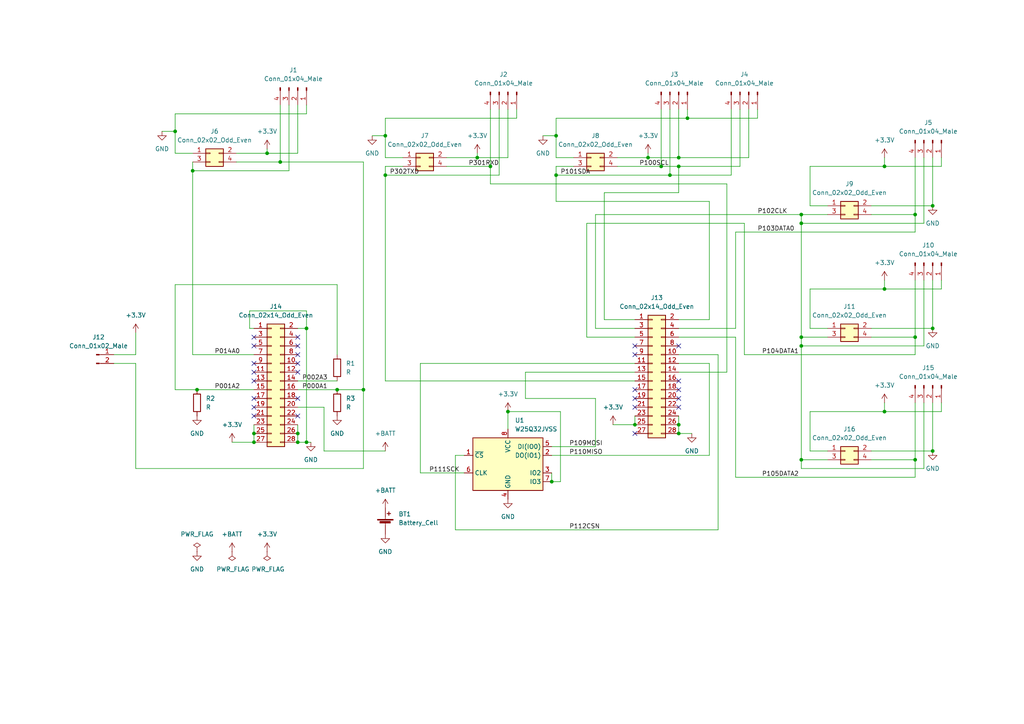
<source format=kicad_sch>
(kicad_sch (version 20211123) (generator eeschema)
  (paper "A4")
  (lib_symbols
    (symbol "Connector:Conn_01x02_Male" (pin_names (offset 1.016) hide)
      (property "Reference" "J" (at 0 2.54 0))
      (property "Value" "Conn_01x02_Male" (at 0 -5.08 0))
      (symbol "Conn_01x02_Male_1_1"
        (polyline (pts (xy 1.27 -2.54) (xy 0.8636 -2.54)) (stroke (width 0.1524)))
        (polyline (pts (xy 1.27 0) (xy 0.8636 0)) (stroke (width 0.1524)))
        (rectangle (start 0.8636 -2.413) (end 0 -2.667) (stroke (width 0.1524)) (fill (type outline)))
        (rectangle (start 0.8636 0.127) (end 0 -0.127) (stroke (width 0.1524)) (fill (type outline)))
        (pin passive line (at 5.08 0 180) (length 3.81) (name "Pin_1") (number "1"))
        (pin passive line (at 5.08 -2.54 180) (length 3.81) (name "Pin_2") (number "2"))
      )
    )
    (symbol "Connector:Conn_01x04_Male" (pin_names (offset 1.016) hide)
      (property "Reference" "J" (at 0 5.08 0))
      (property "Value" "Conn_01x04_Male" (at 0 -7.62 0))
      (symbol "Conn_01x04_Male_1_1"
        (polyline (pts (xy 1.27 -5.08) (xy 0.8636 -5.08)) (stroke (width 0.1524)))
        (polyline (pts (xy 1.27 -2.54) (xy 0.8636 -2.54)) (stroke (width 0.1524)))
        (polyline (pts (xy 1.27 0) (xy 0.8636 0)) (stroke (width 0.1524)))
        (polyline (pts (xy 1.27 2.54) (xy 0.8636 2.54)) (stroke (width 0.1524)))
        (rectangle (start 0.8636 -4.953) (end 0 -5.207) (stroke (width 0.1524)) (fill (type outline)))
        (rectangle (start 0.8636 -2.413) (end 0 -2.667) (stroke (width 0.1524)) (fill (type outline)))
        (rectangle (start 0.8636 0.127) (end 0 -0.127) (stroke (width 0.1524)) (fill (type outline)))
        (rectangle (start 0.8636 2.667) (end 0 2.413) (stroke (width 0.1524)) (fill (type outline)))
        (pin passive line (at 5.08 2.54 180) (length 3.81) (name "Pin_1") (number "1"))
        (pin passive line (at 5.08 0 180) (length 3.81) (name "Pin_2") (number "2"))
        (pin passive line (at 5.08 -2.54 180) (length 3.81) (name "Pin_3") (number "3"))
        (pin passive line (at 5.08 -5.08 180) (length 3.81) (name "Pin_4") (number "4"))
      )
    )
    (symbol "Connector_Generic:Conn_02x02_Odd_Even" (pin_names (offset 1.016) hide)
      (property "Reference" "J" (at 1.27 2.54 0))
      (property "Value" "Conn_02x02_Odd_Even" (at 1.27 -5.08 0))
      (symbol "Conn_02x02_Odd_Even_1_1"
        (rectangle (start -1.27 -2.413) (end 0 -2.667) (stroke (width 0.1524)))
        (rectangle (start -1.27 0.127) (end 0 -0.127) (stroke (width 0.1524)))
        (rectangle (start -1.27 1.27) (end 3.81 -3.81) (stroke (width 0.254)) (fill (type background)))
        (rectangle (start 3.81 -2.413) (end 2.54 -2.667) (stroke (width 0.1524)))
        (rectangle (start 3.81 0.127) (end 2.54 -0.127) (stroke (width 0.1524)))
        (pin passive line (at -5.08 0 0) (length 3.81) (name "Pin_1") (number "1"))
        (pin passive line (at 7.62 0 180) (length 3.81) (name "Pin_2") (number "2"))
        (pin passive line (at -5.08 -2.54 0) (length 3.81) (name "Pin_3") (number "3"))
        (pin passive line (at 7.62 -2.54 180) (length 3.81) (name "Pin_4") (number "4"))
      )
    )
    (symbol "Connector_Generic:Conn_02x14_Odd_Even" (pin_names (offset 1.016) hide)
      (property "Reference" "J" (at 1.27 17.78 0))
      (property "Value" "Conn_02x14_Odd_Even" (at 1.27 -20.32 0))
      (symbol "Conn_02x14_Odd_Even_1_1"
        (rectangle (start -1.27 -17.653) (end 0 -17.907) (stroke (width 0.1524)))
        (rectangle (start -1.27 -15.113) (end 0 -15.367) (stroke (width 0.1524)))
        (rectangle (start -1.27 -12.573) (end 0 -12.827) (stroke (width 0.1524)))
        (rectangle (start -1.27 -10.033) (end 0 -10.287) (stroke (width 0.1524)))
        (rectangle (start -1.27 -7.493) (end 0 -7.747) (stroke (width 0.1524)))
        (rectangle (start -1.27 -4.953) (end 0 -5.207) (stroke (width 0.1524)))
        (rectangle (start -1.27 -2.413) (end 0 -2.667) (stroke (width 0.1524)))
        (rectangle (start -1.27 0.127) (end 0 -0.127) (stroke (width 0.1524)))
        (rectangle (start -1.27 2.667) (end 0 2.413) (stroke (width 0.1524)))
        (rectangle (start -1.27 5.207) (end 0 4.953) (stroke (width 0.1524)))
        (rectangle (start -1.27 7.747) (end 0 7.493) (stroke (width 0.1524)))
        (rectangle (start -1.27 10.287) (end 0 10.033) (stroke (width 0.1524)))
        (rectangle (start -1.27 12.827) (end 0 12.573) (stroke (width 0.1524)))
        (rectangle (start -1.27 15.367) (end 0 15.113) (stroke (width 0.1524)))
        (rectangle (start -1.27 16.51) (end 3.81 -19.05) (stroke (width 0.254)) (fill (type background)))
        (rectangle (start 3.81 -17.653) (end 2.54 -17.907) (stroke (width 0.1524)))
        (rectangle (start 3.81 -15.113) (end 2.54 -15.367) (stroke (width 0.1524)))
        (rectangle (start 3.81 -12.573) (end 2.54 -12.827) (stroke (width 0.1524)))
        (rectangle (start 3.81 -10.033) (end 2.54 -10.287) (stroke (width 0.1524)))
        (rectangle (start 3.81 -7.493) (end 2.54 -7.747) (stroke (width 0.1524)))
        (rectangle (start 3.81 -4.953) (end 2.54 -5.207) (stroke (width 0.1524)))
        (rectangle (start 3.81 -2.413) (end 2.54 -2.667) (stroke (width 0.1524)))
        (rectangle (start 3.81 0.127) (end 2.54 -0.127) (stroke (width 0.1524)))
        (rectangle (start 3.81 2.667) (end 2.54 2.413) (stroke (width 0.1524)))
        (rectangle (start 3.81 5.207) (end 2.54 4.953) (stroke (width 0.1524)))
        (rectangle (start 3.81 7.747) (end 2.54 7.493) (stroke (width 0.1524)))
        (rectangle (start 3.81 10.287) (end 2.54 10.033) (stroke (width 0.1524)))
        (rectangle (start 3.81 12.827) (end 2.54 12.573) (stroke (width 0.1524)))
        (rectangle (start 3.81 15.367) (end 2.54 15.113) (stroke (width 0.1524)))
        (pin passive line (at -5.08 15.24 0) (length 3.81) (name "Pin_1") (number "1"))
        (pin passive line (at 7.62 5.08 180) (length 3.81) (name "Pin_10") (number "10"))
        (pin passive line (at -5.08 2.54 0) (length 3.81) (name "Pin_11") (number "11"))
        (pin passive line (at 7.62 2.54 180) (length 3.81) (name "Pin_12") (number "12"))
        (pin passive line (at -5.08 0 0) (length 3.81) (name "Pin_13") (number "13"))
        (pin passive line (at 7.62 0 180) (length 3.81) (name "Pin_14") (number "14"))
        (pin passive line (at -5.08 -2.54 0) (length 3.81) (name "Pin_15") (number "15"))
        (pin passive line (at 7.62 -2.54 180) (length 3.81) (name "Pin_16") (number "16"))
        (pin passive line (at -5.08 -5.08 0) (length 3.81) (name "Pin_17") (number "17"))
        (pin passive line (at 7.62 -5.08 180) (length 3.81) (name "Pin_18") (number "18"))
        (pin passive line (at -5.08 -7.62 0) (length 3.81) (name "Pin_19") (number "19"))
        (pin passive line (at 7.62 15.24 180) (length 3.81) (name "Pin_2") (number "2"))
        (pin passive line (at 7.62 -7.62 180) (length 3.81) (name "Pin_20") (number "20"))
        (pin passive line (at -5.08 -10.16 0) (length 3.81) (name "Pin_21") (number "21"))
        (pin passive line (at 7.62 -10.16 180) (length 3.81) (name "Pin_22") (number "22"))
        (pin passive line (at -5.08 -12.7 0) (length 3.81) (name "Pin_23") (number "23"))
        (pin passive line (at 7.62 -12.7 180) (length 3.81) (name "Pin_24") (number "24"))
        (pin passive line (at -5.08 -15.24 0) (length 3.81) (name "Pin_25") (number "25"))
        (pin passive line (at 7.62 -15.24 180) (length 3.81) (name "Pin_26") (number "26"))
        (pin passive line (at -5.08 -17.78 0) (length 3.81) (name "Pin_27") (number "27"))
        (pin passive line (at 7.62 -17.78 180) (length 3.81) (name "Pin_28") (number "28"))
        (pin passive line (at -5.08 12.7 0) (length 3.81) (name "Pin_3") (number "3"))
        (pin passive line (at 7.62 12.7 180) (length 3.81) (name "Pin_4") (number "4"))
        (pin passive line (at -5.08 10.16 0) (length 3.81) (name "Pin_5") (number "5"))
        (pin passive line (at 7.62 10.16 180) (length 3.81) (name "Pin_6") (number "6"))
        (pin passive line (at -5.08 7.62 0) (length 3.81) (name "Pin_7") (number "7"))
        (pin passive line (at 7.62 7.62 180) (length 3.81) (name "Pin_8") (number "8"))
        (pin passive line (at -5.08 5.08 0) (length 3.81) (name "Pin_9") (number "9"))
      )
    )
    (symbol "Device:Battery_Cell" (pin_numbers hide) (pin_names (offset 0) hide)
      (property "Reference" "BT" (at 2.54 2.54 0))
      (property "Value" "Battery_Cell" (at 2.54 0 0))
      (symbol "Battery_Cell_0_1"
        (rectangle (start -2.286 1.778) (end 2.286 1.524) (fill (type outline)))
        (rectangle (start -1.5748 1.1938) (end 1.4732 0.6858) (fill (type outline)))
        (polyline (pts (xy 0 0.762) (xy 0 0)))
        (polyline (pts (xy 0 1.778) (xy 0 2.54)))
        (polyline (pts (xy 0.508 3.429) (xy 1.524 3.429)) (stroke (width 0.254)))
        (polyline (pts (xy 1.016 3.937) (xy 1.016 2.921)) (stroke (width 0.254)))
      )
      (symbol "Battery_Cell_1_1"
        (pin passive line (at 0 5.08 270) (length 2.54) (name "+") (number "1"))
        (pin passive line (at 0 -2.54 90) (length 2.54) (name "-") (number "2"))
      )
    )
    (symbol "Device:R" (pin_numbers hide) (pin_names (offset 0))
      (property "Reference" "R" (at 2.032 0 90))
      (property "Value" "R" (at 0 0 90))
      (symbol "R_0_1"
        (rectangle (start -1.016 -2.54) (end 1.016 2.54) (stroke (width 0.254)))
      )
      (symbol "R_1_1"
        (pin passive line (at 0 3.81 270) (length 1.27) (name "~") (number "1"))
        (pin passive line (at 0 -3.81 90) (length 1.27) (name "~") (number "2"))
      )
    )
    (symbol "Memory_Flash:W25Q32JVSS"
      (property "Reference" "U" (at -8.89 8.89 0))
      (property "Value" "W25Q32JVSS" (at 7.62 8.89 0))
      (symbol "W25Q32JVSS_0_1"
        (rectangle (start -10.16 7.62) (end 10.16 -7.62) (stroke (width 0.254)) (fill (type background)))
      )
      (symbol "W25Q32JVSS_1_1"
        (pin input line (at -12.7 2.54 0) (length 2.54) (name "~{CS}") (number "1"))
        (pin bidirectional line (at 12.7 2.54 180) (length 2.54) (name "DO(IO1)") (number "2"))
        (pin bidirectional line (at 12.7 -2.54 180) (length 2.54) (name "IO2") (number "3"))
        (pin power_in line (at 0 -10.16 90) (length 2.54) (name "GND") (number "4"))
        (pin bidirectional line (at 12.7 5.08 180) (length 2.54) (name "DI(IO0)") (number "5"))
        (pin input line (at -12.7 -2.54 0) (length 2.54) (name "CLK") (number "6"))
        (pin bidirectional line (at 12.7 -5.08 180) (length 2.54) (name "IO3") (number "7"))
        (pin power_in line (at 0 10.16 270) (length 2.54) (name "VCC") (number "8"))
      )
    )
    (symbol "power:+3.3V" (power) (pin_names (offset 0))
      (property "Value" "+3.3V" (at 0 3.556 0))
      (symbol "+3.3V_0_1"
        (polyline (pts (xy -0.762 1.27) (xy 0 2.54)))
        (polyline (pts (xy 0 0) (xy 0 2.54)))
        (polyline (pts (xy 0 2.54) (xy 0.762 1.27)))
      )
      (symbol "+3.3V_1_1"
        (pin power_in line (at 0 0 90) (length 0) hide (name "+3.3V") (number "1"))
      )
    )
    (symbol "power:+BATT" (power) (pin_names (offset 0))
      (property "Value" "+BATT" (at 0 3.556 0))
      (symbol "+BATT_0_1"
        (polyline (pts (xy -0.762 1.27) (xy 0 2.54)))
        (polyline (pts (xy 0 0) (xy 0 2.54)))
        (polyline (pts (xy 0 2.54) (xy 0.762 1.27)))
      )
      (symbol "+BATT_1_1"
        (pin power_in line (at 0 0 90) (length 0) hide (name "+BATT") (number "1"))
      )
    )
    (symbol "power:GND" (power) (pin_names (offset 0))
      (property "Value" "GND" (at 0 -3.81 0))
      (symbol "GND_0_1"
        (polyline (pts (xy 0 0) (xy 0 -1.27) (xy 1.27 -1.27) (xy 0 -2.54) (xy -1.27 -1.27) (xy 0 -1.27)))
      )
      (symbol "GND_1_1"
        (pin power_in line (at 0 0 270) (length 0) hide (name "GND") (number "1"))
      )
    )
    (symbol "power:PWR_FLAG" (power) (pin_numbers hide) (pin_names (offset 0) hide)
      (property "Value" "PWR_FLAG" (at 0 3.81 0))
      (symbol "PWR_FLAG_0_0"
        (pin power_out line (at 0 0 90) (length 0) (name "pwr") (number "1"))
      )
      (symbol "PWR_FLAG_0_1"
        (polyline (pts (xy 0 0) (xy 0 1.27) (xy -1.016 1.905) (xy 0 2.54) (xy 1.016 1.905) (xy 0 1.27)))
      )
    )
  )
  (junction (at 256.54 48.26))
  (junction (at 270.51 130.81))
  (junction (at 265.43 97.79))
  (junction (at 142.24 48.26))
  (junction (at 196.85 48.26))
  (junction (at 196.85 45.72))
  (junction (at 111.76 50.8))
  (junction (at 88.9 95.25))
  (junction (at 50.8 38.1))
  (junction (at 184.15 123.19))
  (junction (at 73.66 125.73))
  (junction (at 81.28 46.99))
  (junction (at 77.47 44.45))
  (junction (at 147.32 119.38))
  (junction (at 232.41 62.23))
  (junction (at 265.43 133.35))
  (junction (at 57.15 113.03))
  (junction (at 138.43 45.72))
  (junction (at 265.43 62.23))
  (junction (at 161.29 39.37))
  (junction (at 256.54 119.38))
  (junction (at 187.96 45.72))
  (junction (at 86.36 128.27))
  (junction (at 199.39 34.29))
  (junction (at 105.41 113.03))
  (junction (at 88.9 128.27))
  (junction (at 270.51 59.69))
  (junction (at 196.85 125.73))
  (junction (at 232.41 64.77))
  (junction (at 270.51 95.25))
  (junction (at 232.41 100.33))
  (junction (at 232.41 97.79))
  (junction (at 160.02 139.7))
  (junction (at 161.29 50.8))
  (junction (at 232.41 133.35))
  (junction (at 73.66 128.27))
  (junction (at 194.31 50.8))
  (junction (at 97.79 113.03))
  (junction (at 256.54 83.82))
  (junction (at 196.85 123.19))
  (junction (at 86.36 125.73))
  (junction (at 191.77 48.26))
  (junction (at 55.88 49.53))
  (junction (at 111.76 39.37))
  (no_connect (at 86.36 102.87))
  (no_connect (at 86.36 120.65))
  (no_connect (at 73.66 118.11))
  (no_connect (at 73.66 120.65))
  (no_connect (at 73.66 97.79))
  (no_connect (at 73.66 107.95))
  (no_connect (at 196.85 110.49))
  (no_connect (at 73.66 100.33))
  (no_connect (at 184.15 125.73))
  (no_connect (at 196.85 100.33))
  (no_connect (at 86.36 115.57))
  (no_connect (at 196.85 115.57))
  (no_connect (at 184.15 118.11))
  (no_connect (at 73.66 115.57))
  (no_connect (at 184.15 115.57))
  (no_connect (at 73.66 110.49))
  (no_connect (at 184.15 102.87))
  (no_connect (at 196.85 118.11))
  (no_connect (at 184.15 113.03))
  (no_connect (at 86.36 97.79))
  (no_connect (at 86.36 105.41))
  (no_connect (at 73.66 105.41))
  (no_connect (at 196.85 113.03))
  (no_connect (at 86.36 100.33))
  (no_connect (at 86.36 107.95))
  (no_connect (at 184.15 100.33))
  (wire (pts (xy 67.31 128.27) (xy 73.66 128.27)))
  (wire (pts (xy 88.9 90.17) (xy 88.9 95.25)))
  (wire (pts (xy 86.36 30.48) (xy 86.36 44.45)))
  (wire (pts (xy 234.95 95.25) (xy 240.03 95.25)))
  (wire (pts (xy 187.96 45.72) (xy 187.96 44.45)))
  (wire (pts (xy 172.72 95.25) (xy 172.72 62.23)))
  (wire (pts (xy 270.51 81.28) (xy 270.51 95.25)))
  (wire (pts (xy 196.85 48.26) (xy 214.63 48.26)))
  (wire (pts (xy 57.15 113.03) (xy 73.66 113.03)))
  (wire (pts (xy 210.82 107.95) (xy 210.82 53.34)))
  (wire (pts (xy 256.54 81.28) (xy 256.54 83.82)))
  (wire (pts (xy 273.05 116.84) (xy 273.05 119.38)))
  (wire (pts (xy 196.85 48.26) (xy 196.85 55.88)))
  (wire (pts (xy 72.39 90.17) (xy 88.9 90.17)))
  (wire (pts (xy 142.24 31.75) (xy 142.24 48.26)))
  (wire (pts (xy 194.31 31.75) (xy 194.31 50.8)))
  (wire (pts (xy 72.39 95.25) (xy 72.39 90.17)))
  (wire (pts (xy 132.08 153.67) (xy 208.28 153.67)))
  (wire (pts (xy 205.74 92.71) (xy 196.85 92.71)))
  (wire (pts (xy 252.73 133.35) (xy 265.43 133.35)))
  (wire (pts (xy 170.18 64.77) (xy 215.9 64.77)))
  (wire (pts (xy 144.78 31.75) (xy 144.78 50.8)))
  (wire (pts (xy 199.39 31.75) (xy 199.39 34.29)))
  (wire (pts (xy 105.41 135.89) (xy 105.41 113.03)))
  (wire (pts (xy 111.76 45.72) (xy 116.84 45.72)))
  (wire (pts (xy 265.43 45.72) (xy 265.43 62.23)))
  (wire (pts (xy 196.85 102.87) (xy 208.28 102.87)))
  (wire (pts (xy 175.26 92.71) (xy 175.26 55.88)))
  (wire (pts (xy 273.05 83.82) (xy 256.54 83.82)))
  (wire (pts (xy 265.43 116.84) (xy 265.43 133.35)))
  (wire (pts (xy 39.37 135.89) (xy 105.41 135.89)))
  (wire (pts (xy 160.02 129.54) (xy 172.72 129.54)))
  (wire (pts (xy 219.71 31.75) (xy 219.71 34.29)))
  (wire (pts (xy 121.92 137.16) (xy 121.92 105.41)))
  (wire (pts (xy 252.73 62.23) (xy 265.43 62.23)))
  (wire (pts (xy 265.43 67.31) (xy 265.43 62.23)))
  (wire (pts (xy 152.4 107.95) (xy 152.4 115.57)))
  (wire (pts (xy 147.32 45.72) (xy 138.43 45.72)))
  (wire (pts (xy 252.73 97.79) (xy 265.43 97.79)))
  (wire (pts (xy 86.36 44.45) (xy 77.47 44.45)))
  (wire (pts (xy 196.85 97.79) (xy 213.36 97.79)))
  (wire (pts (xy 50.8 38.1) (xy 50.8 44.45)))
  (wire (pts (xy 179.07 48.26) (xy 191.77 48.26)))
  (wire (pts (xy 273.05 48.26) (xy 256.54 48.26)))
  (wire (pts (xy 232.41 62.23) (xy 232.41 64.77)))
  (wire (pts (xy 256.54 45.72) (xy 256.54 48.26)))
  (wire (pts (xy 184.15 95.25) (xy 172.72 95.25)))
  (wire (pts (xy 191.77 31.75) (xy 191.77 48.26)))
  (wire (pts (xy 194.31 50.8) (xy 161.29 50.8)))
  (wire (pts (xy 208.28 102.87) (xy 208.28 153.67)))
  (wire (pts (xy 161.29 48.26) (xy 161.29 50.8)))
  (wire (pts (xy 234.95 48.26) (xy 234.95 59.69)))
  (wire (pts (xy 129.54 45.72) (xy 138.43 45.72)))
  (wire (pts (xy 166.37 48.26) (xy 161.29 48.26)))
  (wire (pts (xy 213.36 138.43) (xy 265.43 138.43)))
  (wire (pts (xy 184.15 92.71) (xy 175.26 92.71)))
  (wire (pts (xy 160.02 137.16) (xy 160.02 139.7)))
  (wire (pts (xy 232.41 133.35) (xy 232.41 135.89)))
  (wire (pts (xy 144.78 50.8) (xy 111.76 50.8)))
  (wire (pts (xy 252.73 95.25) (xy 270.51 95.25)))
  (wire (pts (xy 232.41 97.79) (xy 240.03 97.79)))
  (wire (pts (xy 162.56 139.7) (xy 162.56 119.38)))
  (wire (pts (xy 160.02 139.7) (xy 162.56 139.7)))
  (wire (pts (xy 111.76 34.29) (xy 111.76 39.37)))
  (wire (pts (xy 196.85 95.25) (xy 213.36 95.25)))
  (wire (pts (xy 132.08 132.08) (xy 134.62 132.08)))
  (wire (pts (xy 256.54 48.26) (xy 234.95 48.26)))
  (wire (pts (xy 97.79 82.55) (xy 50.8 82.55)))
  (wire (pts (xy 111.76 48.26) (xy 111.76 50.8)))
  (wire (pts (xy 161.29 58.42) (xy 205.74 58.42)))
  (wire (pts (xy 175.26 55.88) (xy 196.85 55.88)))
  (wire (pts (xy 214.63 31.75) (xy 214.63 48.26)))
  (wire (pts (xy 46.99 38.1) (xy 50.8 38.1)))
  (wire (pts (xy 213.36 97.79) (xy 213.36 138.43)))
  (wire (pts (xy 172.72 115.57) (xy 172.72 129.54)))
  (wire (pts (xy 196.85 45.72) (xy 187.96 45.72)))
  (wire (pts (xy 161.29 45.72) (xy 166.37 45.72)))
  (wire (pts (xy 86.36 123.19) (xy 86.36 125.73)))
  (wire (pts (xy 55.88 46.99) (xy 55.88 49.53)))
  (wire (pts (xy 232.41 62.23) (xy 240.03 62.23)))
  (wire (pts (xy 234.95 59.69) (xy 240.03 59.69)))
  (wire (pts (xy 39.37 105.41) (xy 39.37 135.89)))
  (wire (pts (xy 196.85 105.41) (xy 205.74 105.41)))
  (wire (pts (xy 55.88 49.53) (xy 55.88 102.87)))
  (wire (pts (xy 179.07 45.72) (xy 187.96 45.72)))
  (wire (pts (xy 73.66 125.73) (xy 73.66 128.27)))
  (wire (pts (xy 50.8 82.55) (xy 50.8 113.03)))
  (wire (pts (xy 86.36 125.73) (xy 86.36 128.27)))
  (wire (pts (xy 55.88 102.87) (xy 73.66 102.87)))
  (wire (pts (xy 83.82 30.48) (xy 83.82 49.53)))
  (wire (pts (xy 196.85 31.75) (xy 196.85 45.72)))
  (wire (pts (xy 265.43 81.28) (xy 265.43 97.79)))
  (wire (pts (xy 184.15 110.49) (xy 111.76 110.49)))
  (wire (pts (xy 39.37 102.87) (xy 39.37 96.52)))
  (wire (pts (xy 86.36 95.25) (xy 88.9 95.25)))
  (wire (pts (xy 88.9 30.48) (xy 88.9 33.02)))
  (wire (pts (xy 196.85 125.73) (xy 200.66 125.73)))
  (wire (pts (xy 86.36 128.27) (xy 88.9 128.27)))
  (wire (pts (xy 217.17 31.75) (xy 217.17 45.72)))
  (wire (pts (xy 161.29 34.29) (xy 199.39 34.29)))
  (wire (pts (xy 88.9 95.25) (xy 88.9 128.27)))
  (wire (pts (xy 132.08 153.67) (xy 132.08 132.08)))
  (wire (pts (xy 267.97 45.72) (xy 267.97 64.77)))
  (wire (pts (xy 68.58 46.99) (xy 81.28 46.99)))
  (wire (pts (xy 213.36 95.25) (xy 213.36 67.31)))
  (wire (pts (xy 97.79 102.87) (xy 97.79 82.55)))
  (wire (pts (xy 215.9 102.87) (xy 265.43 102.87)))
  (wire (pts (xy 232.41 97.79) (xy 232.41 64.77)))
  (wire (pts (xy 147.32 31.75) (xy 147.32 45.72)))
  (wire (pts (xy 161.29 50.8) (xy 161.29 58.42)))
  (wire (pts (xy 152.4 115.57) (xy 172.72 115.57)))
  (wire (pts (xy 138.43 45.72) (xy 138.43 44.45)))
  (wire (pts (xy 212.09 31.75) (xy 212.09 50.8)))
  (wire (pts (xy 147.32 119.38) (xy 147.32 124.46)))
  (wire (pts (xy 234.95 119.38) (xy 234.95 130.81)))
  (wire (pts (xy 256.54 83.82) (xy 234.95 83.82)))
  (wire (pts (xy 170.18 97.79) (xy 170.18 64.77)))
  (wire (pts (xy 252.73 130.81) (xy 270.51 130.81)))
  (wire (pts (xy 161.29 34.29) (xy 161.29 39.37)))
  (wire (pts (xy 88.9 128.27) (xy 90.17 128.27)))
  (wire (pts (xy 273.05 119.38) (xy 256.54 119.38)))
  (wire (pts (xy 232.41 133.35) (xy 240.03 133.35)))
  (wire (pts (xy 81.28 30.48) (xy 81.28 46.99)))
  (wire (pts (xy 184.15 120.65) (xy 184.15 123.19)))
  (wire (pts (xy 267.97 116.84) (xy 267.97 135.89)))
  (wire (pts (xy 86.36 110.49) (xy 97.79 110.49)))
  (wire (pts (xy 219.71 34.29) (xy 199.39 34.29)))
  (wire (pts (xy 121.92 105.41) (xy 184.15 105.41)))
  (wire (pts (xy 55.88 49.53) (xy 83.82 49.53)))
  (wire (pts (xy 93.98 118.11) (xy 93.98 130.81)))
  (wire (pts (xy 191.77 48.26) (xy 196.85 48.26)))
  (wire (pts (xy 265.43 138.43) (xy 265.43 133.35)))
  (wire (pts (xy 162.56 119.38) (xy 147.32 119.38)))
  (wire (pts (xy 273.05 45.72) (xy 273.05 48.26)))
  (wire (pts (xy 81.28 46.99) (xy 105.41 46.99)))
  (wire (pts (xy 232.41 97.79) (xy 232.41 100.33)))
  (wire (pts (xy 172.72 62.23) (xy 232.41 62.23)))
  (wire (pts (xy 267.97 135.89) (xy 232.41 135.89)))
  (wire (pts (xy 213.36 67.31) (xy 265.43 67.31)))
  (wire (pts (xy 273.05 81.28) (xy 273.05 83.82)))
  (wire (pts (xy 105.41 46.99) (xy 105.41 113.03)))
  (wire (pts (xy 107.95 39.37) (xy 111.76 39.37)))
  (wire (pts (xy 267.97 100.33) (xy 232.41 100.33)))
  (wire (pts (xy 256.54 116.84) (xy 256.54 119.38)))
  (wire (pts (xy 232.41 64.77) (xy 267.97 64.77)))
  (wire (pts (xy 160.02 132.08) (xy 205.74 132.08)))
  (wire (pts (xy 111.76 39.37) (xy 111.76 45.72)))
  (wire (pts (xy 88.9 33.02) (xy 50.8 33.02)))
  (wire (pts (xy 184.15 97.79) (xy 170.18 97.79)))
  (wire (pts (xy 252.73 59.69) (xy 270.51 59.69)))
  (wire (pts (xy 73.66 123.19) (xy 73.66 125.73)))
  (wire (pts (xy 267.97 81.28) (xy 267.97 100.33)))
  (wire (pts (xy 157.48 39.37) (xy 161.29 39.37)))
  (wire (pts (xy 210.82 53.34) (xy 142.24 53.34)))
  (wire (pts (xy 93.98 130.81) (xy 111.76 130.81)))
  (wire (pts (xy 234.95 83.82) (xy 234.95 95.25)))
  (wire (pts (xy 152.4 107.95) (xy 184.15 107.95)))
  (wire (pts (xy 196.85 120.65) (xy 196.85 123.19)))
  (wire (pts (xy 116.84 48.26) (xy 111.76 48.26)))
  (wire (pts (xy 194.31 50.8) (xy 212.09 50.8)))
  (wire (pts (xy 68.58 44.45) (xy 77.47 44.45)))
  (wire (pts (xy 149.86 34.29) (xy 111.76 34.29)))
  (wire (pts (xy 270.51 45.72) (xy 270.51 59.69)))
  (wire (pts (xy 196.85 123.19) (xy 196.85 125.73)))
  (wire (pts (xy 73.66 95.25) (xy 72.39 95.25)))
  (wire (pts (xy 196.85 45.72) (xy 217.17 45.72)))
  (wire (pts (xy 205.74 105.41) (xy 205.74 132.08)))
  (wire (pts (xy 270.51 116.84) (xy 270.51 130.81)))
  (wire (pts (xy 234.95 130.81) (xy 240.03 130.81)))
  (wire (pts (xy 129.54 48.26) (xy 142.24 48.26)))
  (wire (pts (xy 149.86 31.75) (xy 149.86 34.29)))
  (wire (pts (xy 111.76 50.8) (xy 111.76 110.49)))
  (wire (pts (xy 86.36 113.03) (xy 97.79 113.03)))
  (wire (pts (xy 50.8 33.02) (xy 50.8 38.1)))
  (wire (pts (xy 33.02 105.41) (xy 39.37 105.41)))
  (wire (pts (xy 215.9 64.77) (xy 215.9 102.87)))
  (wire (pts (xy 77.47 44.45) (xy 77.47 43.18)))
  (wire (pts (xy 121.92 137.16) (xy 134.62 137.16)))
  (wire (pts (xy 50.8 113.03) (xy 57.15 113.03)))
  (wire (pts (xy 265.43 102.87) (xy 265.43 97.79)))
  (wire (pts (xy 177.8 123.19) (xy 184.15 123.19)))
  (wire (pts (xy 256.54 119.38) (xy 234.95 119.38)))
  (wire (pts (xy 50.8 44.45) (xy 55.88 44.45)))
  (wire (pts (xy 142.24 48.26) (xy 142.24 53.34)))
  (wire (pts (xy 232.41 133.35) (xy 232.41 100.33)))
  (wire (pts (xy 33.02 102.87) (xy 39.37 102.87)))
  (wire (pts (xy 196.85 107.95) (xy 210.82 107.95)))
  (wire (pts (xy 86.36 118.11) (xy 93.98 118.11)))
  (wire (pts (xy 161.29 39.37) (xy 161.29 45.72)))
  (wire (pts (xy 205.74 58.42) (xy 205.74 92.71)))
  (wire (pts (xy 97.79 113.03) (xy 105.41 113.03)))
  (label "P111SCK" (at 124.46 137.16 0))
  (label "P000A1" (at 87.63 113.03 0))
  (label "P101SDA" (at 162.56 50.8 0))
  (label "P014A0" (at 62.23 102.87 0))
  (label "P302TXD" (at 113.03 50.8 0))
  (label "P110MISO" (at 165.1 132.08 0))
  (label "P104DATA1" (at 220.98 102.87 0))
  (label "P100SCL" (at 185.42 48.26 0))
  (label "P109MOSI" (at 165.1 129.54 0))
  (label "P102CLK" (at 219.71 62.23 0))
  (label "P002A3" (at 87.63 110.49 0))
  (label "P301RXD" (at 135.89 48.26 0))
  (label "P001A2" (at 62.23 113.03 0))
  (label "P103DATA0" (at 219.71 67.31 0))
  (label "P105DATA2" (at 220.98 138.43 0))
  (label "P112CSN" (at 165.1 153.67 0))
  (symbol (lib_id "power:+3.3V") (at 77.47 160.02 0) (unit 1)
    (property "Reference" "#PWR027" (effects hide))
    (property "Value" "+3.3V" (at 77.47 154.94 0))
  )
  (symbol (lib_id "power:+3.3V") (at 256.54 81.28 0) (unit 1)
    (property "Reference" "#PWR09" (effects hide))
    (property "Value" "+3.3V" (at 256.54 76.2 0))
  )
  (symbol (lib_id "Connector:Conn_01x04_Male") (at 270.51 76.2 270) (unit 1)
    (property "Reference" "J10" (at 269.24 71.12 90))
    (property "Value" "Conn_01x04_Male" (at 269.24 73.66 90))
    (property "Footprint" "Connector_JST:JST_PH_S4B-PH-K_1x04_P2.00mm_Horizontal" (effects hide))
  )
  (symbol (lib_id "Memory_Flash:W25Q32JVSS") (at 147.32 134.62 0) (unit 1)
    (property "Reference" "U1" (at 149.3394 121.92 0) (effects (justify left)))
    (property "Value" "W25Q32JVSS" (at 149.3394 124.46 0) (effects (justify left)))
    (property "Footprint" "Package_SO:SOIC-8_5.23x5.23mm_P1.27mm" (effects hide))
    (property "Datasheet" "http://www.winbond.com/resource-files/w25q32jv%20revg%2003272018%20plus.pdf" (effects hide))
  )
  (symbol (lib_id "power:GND") (at 111.76 154.94 0) (unit 1)
    (property "Reference" "#PWR024" (effects hide))
    (property "Value" "GND" (at 111.76 160.02 0))
  )
  (symbol (lib_id "power:GND") (at 97.79 120.65 0) (unit 1)
    (property "Reference" "#PWR015" (effects hide))
    (property "Value" "GND" (at 97.79 125.73 0))
  )
  (symbol (lib_id "power:GND") (at 200.66 125.73 0) (unit 1)
    (property "Reference" "#PWR017" (effects hide))
    (property "Value" "GND" (at 200.66 130.81 0))
  )
  (symbol (lib_id "power:+3.3V") (at 77.47 43.18 0) (unit 1)
    (property "Reference" "#PWR04" (effects hide))
    (property "Value" "+3.3V" (at 77.47 38.1 0))
  )
  (symbol (lib_id "power:GND") (at 46.99 38.1 0) (unit 1)
    (property "Reference" "#PWR01" (effects hide))
    (property "Value" "GND" (at 46.99 43.18 0))
  )
  (symbol (lib_id "Connector_Generic:Conn_02x14_Odd_Even") (at 78.74 110.49 0) (unit 1)
    (property "Reference" "J14" (at 80.01 88.9 0))
    (property "Value" "Conn_02x14_Odd_Even" (at 80.01 91.44 0))
    (property "Footprint" "Connector_PinSocket_2.54mm:PinSocket_2x14_P2.54mm_Vertical" (effects hide))
  )
  (symbol (lib_id "power:GND") (at 57.15 120.65 0) (unit 1)
    (property "Reference" "#PWR014" (effects hide))
    (property "Value" "GND" (at 57.15 125.73 0))
  )
  (symbol (lib_id "Connector:Conn_01x04_Male") (at 270.51 40.64 270) (unit 1)
    (property "Reference" "J5" (at 269.24 35.56 90))
    (property "Value" "Conn_01x04_Male" (at 269.24 38.1 90))
    (property "Footprint" "Connector_JST:JST_PH_S4B-PH-K_1x04_P2.00mm_Horizontal" (effects hide))
  )
  (symbol (lib_id "power:+BATT") (at 111.76 147.32 0) (unit 1)
    (property "Reference" "#PWR023" (effects hide))
    (property "Value" "+BATT" (at 111.76 142.24 0))
  )
  (symbol (lib_id "power:+3.3V") (at 147.32 119.38 0) (unit 1)
    (property "Reference" "#PWR013" (effects hide))
    (property "Value" "+3.3V" (at 147.32 114.3 0))
  )
  (symbol (lib_id "power:+BATT") (at 67.31 160.02 0) (unit 1)
    (property "Reference" "#PWR026" (effects hide))
    (property "Value" "+BATT" (at 67.31 154.94 0))
  )
  (symbol (lib_id "power:GND") (at 270.51 95.25 0) (unit 1)
    (property "Reference" "#PWR010" (effects hide))
    (property "Value" "GND" (at 270.51 100.33 0))
  )
  (symbol (lib_id "power:+3.3V") (at 67.31 128.27 0) (unit 1)
    (property "Reference" "#PWR018" (effects hide))
    (property "Value" "+3.3V" (at 67.31 123.19 0))
  )
  (symbol (lib_id "Connector_Generic:Conn_02x02_Odd_Even") (at 171.45 45.72 0) (unit 1)
    (property "Reference" "J8" (at 172.72 39.37 0))
    (property "Value" "Conn_02x02_Odd_Even" (at 172.72 41.91 0))
    (property "Footprint" "Connector_PinHeader_2.54mm:PinHeader_2x02_P2.54mm_Vertical" (effects hide))
  )
  (symbol (lib_id "Connector:Conn_01x04_Male") (at 196.85 26.67 270) (unit 1)
    (property "Reference" "J3" (at 195.58 21.59 90))
    (property "Value" "Conn_01x04_Male" (at 195.58 24.13 90))
    (property "Footprint" "Connector_JST:JST_PH_S4B-PH-K_1x04_P2.00mm_Horizontal" (effects hide))
  )
  (symbol (lib_id "Connector_Generic:Conn_02x02_Odd_Even") (at 60.96 44.45 0) (unit 1)
    (property "Reference" "J6" (at 62.23 38.1 0))
    (property "Value" "Conn_02x02_Odd_Even" (at 62.23 40.64 0))
    (property "Footprint" "Connector_PinHeader_2.54mm:PinHeader_2x02_P2.54mm_Vertical" (effects hide))
  )
  (symbol (lib_id "power:GND") (at 90.17 128.27 0) (unit 1)
    (property "Reference" "#PWR019" (effects hide))
    (property "Value" "GND" (at 90.17 133.35 0))
  )
  (symbol (lib_id "Connector:Conn_01x04_Male") (at 217.17 26.67 270) (unit 1)
    (property "Reference" "J4" (at 215.9 21.59 90))
    (property "Value" "Conn_01x04_Male" (at 215.9 24.13 90))
    (property "Footprint" "Connector_PinHeader_2.54mm:PinHeader_1x04_P2.54mm_Vertical" (effects hide))
  )
  (symbol (lib_id "Connector:Conn_01x04_Male") (at 147.32 26.67 270) (unit 1)
    (property "Reference" "J2" (at 146.05 21.59 90))
    (property "Value" "Conn_01x04_Male" (at 146.05 24.13 90))
    (property "Footprint" "Connector_JST:JST_PH_S4B-PH-K_1x04_P2.00mm_Horizontal" (effects hide))
  )
  (symbol (lib_id "Connector:Conn_01x04_Male") (at 86.36 25.4 270) (unit 1)
    (property "Reference" "J1" (at 85.09 20.32 90))
    (property "Value" "Conn_01x04_Male" (at 85.09 22.86 90))
    (property "Footprint" "Connector_JST:JST_PH_S4B-PH-K_1x04_P2.00mm_Horizontal" (effects hide))
  )
  (symbol (lib_id "Connector_Generic:Conn_02x02_Odd_Even") (at 245.11 59.69 0) (unit 1)
    (property "Reference" "J9" (at 246.38 53.34 0))
    (property "Value" "Conn_02x02_Odd_Even" (at 246.38 55.88 0))
    (property "Footprint" "Connector_PinHeader_2.54mm:PinHeader_2x02_P2.54mm_Vertical" (effects hide))
  )
  (symbol (lib_id "power:GND") (at 270.51 59.69 0) (unit 1)
    (property "Reference" "#PWR08" (effects hide))
    (property "Value" "GND" (at 270.51 64.77 0))
  )
  (symbol (lib_id "Connector:Conn_01x04_Male") (at 270.51 111.76 270) (unit 1)
    (property "Reference" "J15" (at 269.24 106.68 90))
    (property "Value" "Conn_01x04_Male" (at 269.24 109.22 90))
    (property "Footprint" "Connector_JST:JST_PH_S4B-PH-K_1x04_P2.00mm_Horizontal" (effects hide))
  )
  (symbol (lib_id "power:+3.3V") (at 256.54 116.84 0) (unit 1)
    (property "Reference" "#PWR012" (effects hide))
    (property "Value" "+3.3V" (at 256.54 111.76 0))
  )
  (symbol (lib_id "Device:R") (at 57.15 116.84 0) (unit 1)
    (property "Reference" "R2" (at 59.69 115.5699 0) (effects (justify left)))
    (property "Value" "R" (at 59.69 118.1099 0) (effects (justify left)))
    (property "Footprint" "Resistor_SMD:R_1206_3216Metric_Pad1.30x1.75mm_HandSolder" (effects hide))
  )
  (symbol (lib_id "Connector:Conn_01x02_Male") (at 27.94 102.87 0) (unit 1)
    (property "Reference" "J12" (at 28.575 97.79 0))
    (property "Value" "Conn_01x02_Male" (at 28.575 100.33 0))
    (property "Footprint" "Connector_PinHeader_2.54mm:PinHeader_1x02_P2.54mm_Vertical" (effects hide))
  )
  (symbol (lib_id "power:+3.3V") (at 39.37 96.52 0) (unit 1)
    (property "Reference" "#PWR011" (effects hide))
    (property "Value" "+3.3V" (at 39.37 91.44 0))
  )
  (symbol (lib_id "Device:Battery_Cell") (at 111.76 152.4 0) (unit 1)
    (property "Reference" "BT1" (at 115.57 149.0979 0) (effects (justify left)))
    (property "Value" "Battery_Cell" (at 115.57 151.6379 0) (effects (justify left)))
    (property "Footprint" "My:CH291-1220LF" (effects hide))
  )
  (symbol (lib_id "power:PWR_FLAG") (at 67.31 160.02 0) (mirror x) (unit 1)
    (property "Reference" "#FLG02" (effects hide))
    (property "Value" "PWR_FLAG" (at 72.39 165.1 0) (effects (justify right)))
  )
  (symbol (lib_id "power:GND") (at 57.15 160.02 0) (unit 1)
    (property "Reference" "#PWR025" (effects hide))
    (property "Value" "GND" (at 57.15 165.1 0))
  )
  (symbol (lib_id "Connector_Generic:Conn_02x02_Odd_Even") (at 245.11 130.81 0) (unit 1)
    (property "Reference" "J16" (at 246.38 124.46 0))
    (property "Value" "Conn_02x02_Odd_Even" (at 246.38 127 0))
    (property "Footprint" "Connector_PinHeader_2.54mm:PinHeader_2x02_P2.54mm_Vertical" (effects hide))
  )
  (symbol (lib_id "power:+3.3V") (at 177.8 123.19 0) (unit 1)
    (property "Reference" "#PWR016" (effects hide))
    (property "Value" "+3.3V" (at 177.8 118.11 0))
  )
  (symbol (lib_id "Connector_Generic:Conn_02x14_Odd_Even") (at 189.23 107.95 0) (unit 1)
    (property "Reference" "J13" (at 190.5 86.36 0))
    (property "Value" "Conn_02x14_Odd_Even" (at 190.5 88.9 0))
    (property "Footprint" "Connector_PinSocket_2.54mm:PinSocket_2x14_P2.54mm_Vertical" (effects hide))
  )
  (symbol (lib_id "power:PWR_FLAG") (at 57.15 160.02 0) (unit 1)
    (property "Reference" "#FLG01" (effects hide))
    (property "Value" "PWR_FLAG" (at 57.15 154.94 0))
  )
  (symbol (lib_id "Device:R") (at 97.79 116.84 0) (unit 1)
    (property "Reference" "R3" (at 100.33 115.5699 0) (effects (justify left)))
    (property "Value" "R" (at 100.33 118.1099 0) (effects (justify left)))
    (property "Footprint" "Resistor_SMD:R_1206_3216Metric_Pad1.30x1.75mm_HandSolder" (effects hide))
  )
  (symbol (lib_id "power:GND") (at 157.48 39.37 0) (unit 1)
    (property "Reference" "#PWR03" (effects hide))
    (property "Value" "GND" (at 157.48 44.45 0))
  )
  (symbol (lib_id "Connector_Generic:Conn_02x02_Odd_Even") (at 121.92 45.72 0) (unit 1)
    (property "Reference" "J7" (at 123.19 39.37 0))
    (property "Value" "Conn_02x02_Odd_Even" (at 123.19 41.91 0))
    (property "Footprint" "Connector_PinHeader_2.54mm:PinHeader_2x02_P2.54mm_Vertical" (effects hide))
  )
  (symbol (lib_id "power:GND") (at 270.51 130.81 0) (unit 1)
    (property "Reference" "#PWR021" (effects hide))
    (property "Value" "GND" (at 270.51 135.89 0))
  )
  (symbol (lib_id "Connector_Generic:Conn_02x02_Odd_Even") (at 245.11 95.25 0) (unit 1)
    (property "Reference" "J11" (at 246.38 88.9 0))
    (property "Value" "Conn_02x02_Odd_Even" (at 246.38 91.44 0))
    (property "Footprint" "Connector_PinHeader_2.54mm:PinHeader_2x02_P2.54mm_Vertical" (effects hide))
  )
  (symbol (lib_id "power:PWR_FLAG") (at 77.47 160.02 0) (mirror x) (unit 1)
    (property "Reference" "#FLG03" (effects hide))
    (property "Value" "PWR_FLAG" (at 82.55 165.1 0) (effects (justify right)))
  )
  (symbol (lib_id "power:GND") (at 147.32 144.78 0) (unit 1)
    (property "Reference" "#PWR022" (effects hide))
    (property "Value" "GND" (at 147.32 149.86 0))
  )
  (symbol (lib_id "power:+3.3V") (at 138.43 44.45 0) (unit 1)
    (property "Reference" "#PWR05" (effects hide))
    (property "Value" "+3.3V" (at 138.43 39.37 0))
  )
  (symbol (lib_id "power:+3.3V") (at 256.54 45.72 0) (unit 1)
    (property "Reference" "#PWR07" (effects hide))
    (property "Value" "+3.3V" (at 256.54 40.64 0))
  )
  (symbol (lib_id "power:+BATT") (at 111.76 130.81 0) (unit 1)
    (property "Reference" "#PWR020" (effects hide))
    (property "Value" "+BATT" (at 111.76 125.73 0))
  )
  (symbol (lib_id "power:+3.3V") (at 187.96 44.45 0) (unit 1)
    (property "Reference" "#PWR06" (effects hide))
    (property "Value" "+3.3V" (at 187.96 39.37 0))
  )
  (symbol (lib_id "Device:R") (at 97.79 106.68 0) (unit 1)
    (property "Reference" "R1" (at 100.33 105.4099 0) (effects (justify left)))
    (property "Value" "R" (at 100.33 107.9499 0) (effects (justify left)))
    (property "Footprint" "Resistor_SMD:R_1206_3216Metric_Pad1.30x1.75mm_HandSolder" (effects hide))
  )
  (symbol (lib_id "power:GND") (at 107.95 39.37 0) (unit 1)
    (property "Reference" "#PWR02" (effects hide))
    (property "Value" "GND" (at 107.95 44.45 0))
  )
)
</source>
